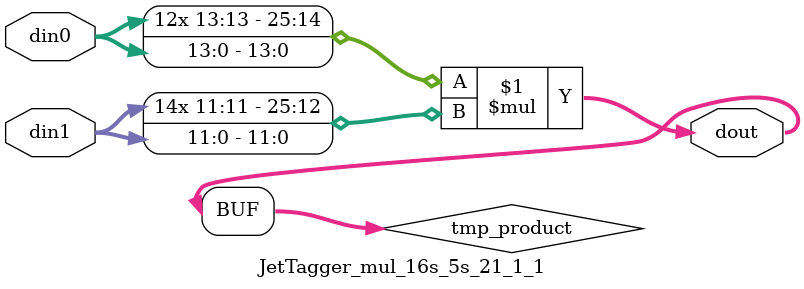
<source format=v>

`timescale 1 ns / 1 ps

  module JetTagger_mul_16s_5s_21_1_1(din0, din1, dout);
parameter ID = 1;
parameter NUM_STAGE = 0;
parameter din0_WIDTH = 14;
parameter din1_WIDTH = 12;
parameter dout_WIDTH = 26;

input [din0_WIDTH - 1 : 0] din0; 
input [din1_WIDTH - 1 : 0] din1; 
output [dout_WIDTH - 1 : 0] dout;

wire signed [dout_WIDTH - 1 : 0] tmp_product;













assign tmp_product = $signed(din0) * $signed(din1);








assign dout = tmp_product;







endmodule

</source>
